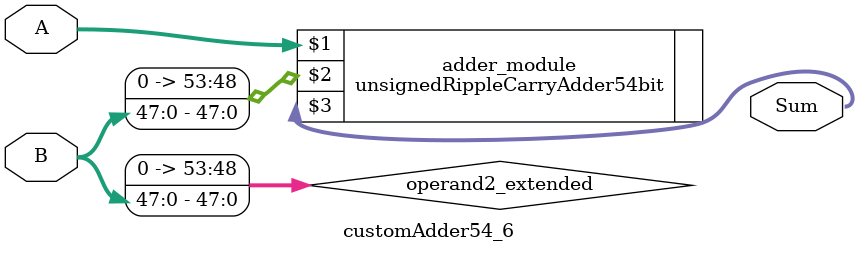
<source format=v>
module customAdder54_6(
                        input [53 : 0] A,
                        input [47 : 0] B,
                        
                        output [54 : 0] Sum
                );

        wire [53 : 0] operand2_extended;
        
        assign operand2_extended =  {6'b0, B};
        
        unsignedRippleCarryAdder54bit adder_module(
            A,
            operand2_extended,
            Sum
        );
        
        endmodule
        
</source>
